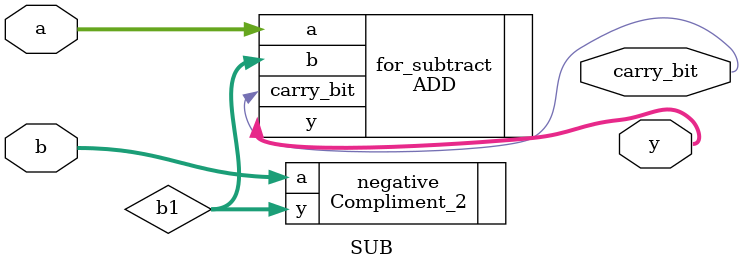
<source format=v>
`timescale 1ns / 1ps
module SUB(a,b,y,carry_bit);
input [63:0] a;
input [63:0] b;
output [63:0] y;
output carry_bit;

wire [63:0] b1;
 
Compliment_2 negative (.a(b),.y(b1));

ADD for_subtract (.a(a),.b(b1),.y(y),.carry_bit(carry_bit));

endmodule
</source>
